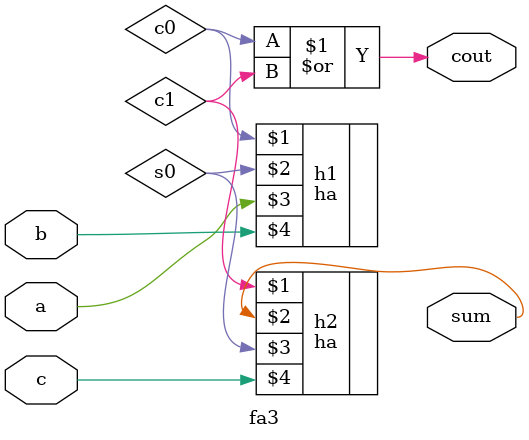
<source format=v>
module fa3(cout,sum,a,b,c);
input a,b,c;
output sum,cout;

ha h1(c0,s0,a,b);
ha h2(c1,sum,s0,c);
or h3(cout,c0,c1);
endmodule
</source>
